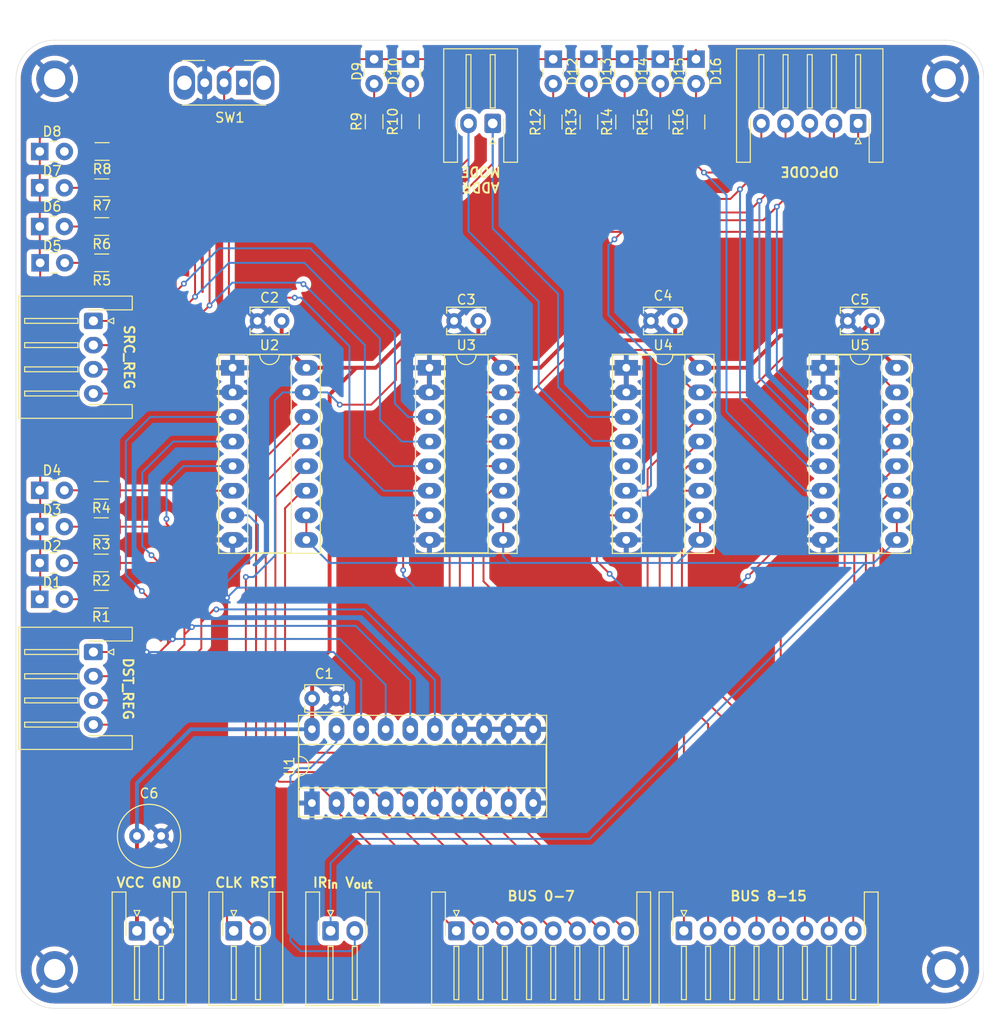
<source format=kicad_pcb>
(kicad_pcb (version 20240108) (generator "pcbnew") (generator_version "8.0")
  (layers (0 "F.Cu" signal) (31 "B.Cu" signal) (34 "B.Paste" user) (35 "F.Paste" user) (36 "B.SilkS" user "B.Silkscreen") (37 "F.SilkS" user "F.Silkscreen") (38 "B.Mask" user) (39 "F.Mask" user) (44 "Edge.Cuts" user))
  (net 0 "")
  (net 1 "GND")
  (net 2 "+5V")
  (net 3 "/RST")
  (net 4 "/CLK")
  (net 5 "/V_OUT")
  (net 6 "/IR_IN")
  (net 7 "/B6")
  (net 8 "/B1")
  (net 9 "/B7")
  (net 10 "/B0")
  (net 11 "/B2")
  (net 12 "/B3")
  (net 13 "/B5")
  (net 14 "/B4")
  (net 15 "/B14")
  (net 16 "/B8")
  (net 17 "/B12")
  (net 18 "/B13")
  (net 19 "/B15")
  (net 20 "/B10")
  (net 21 "/B11")
  (net 22 "/B9")
  (net 23 "/Y13")
  (net 24 "/Y12")
  (net 25 "/Y11")
  (net 26 "/Y14")
  (net 27 "/Y15")
  (net 28 "/Y8")
  (net 29 "/Y9")
  (net 30 "/Y4")
  (net 31 "/Y7")
  (net 32 "/Y5")
  (net 33 "/Y6")
  (net 34 "/Y2")
  (net 35 "/Y3")
  (net 36 "/Y0")
  (net 37 "/Y1")
  (net 38 "/Y10")
  (net 39 "Net-(D1-K)")
  (net 40 "Net-(D1-A)")
  (net 41 "Net-(D2-A)")
  (net 42 "Net-(D3-A)")
  (net 43 "Net-(D4-A)")
  (net 44 "Net-(D5-A)")
  (net 45 "Net-(D6-A)")
  (net 46 "Net-(D7-A)")
  (net 47 "Net-(D8-A)")
  (net 48 "Net-(D9-A)")
  (net 49 "Net-(D10-A)")
  (net 50 "Net-(D12-A)")
  (net 51 "Net-(D13-A)")
  (net 52 "Net-(D14-A)")
  (net 53 "Net-(D15-A)")
  (net 54 "Net-(D16-A)")
  (footprint "Resistor_SMD:R_1206_3216Metric" (layer "F.Cu") (at 108.8625 65.25 180)
    (property "Reference" "R7")
    (property "Value" "1k")
  )
  (footprint "Resistor_SMD:R_1206_3216Metric" (layer "F.Cu") (at 108.8625 73 180)
    (property "Reference" "R5")
    (property "Value" "1k")
  )
  (footprint "Package_DIP:DIP-16_W7.62mm_Socket_LongPads" (layer "F.Cu") (at 142.713333 83.84)
    (property "Reference" "U3")
    (property "Value" "74LS173")
  )
  (footprint "Connector_JST:JST_XH_S5B-XH-A-1_1x05_P2.50mm_Horizontal" (layer "F.Cu") (at 187 58.6 180)
    (property "Reference" "J6" (hide yes))
    (property "Value" "Conn_01x05_Pin")
  )
  (footprint "LED_THT:LED_Rectangular_W3.0mm_H2.0mm" (layer "F.Cu") (at 102.46 69.25)
    (property "Reference" "D6")
    (property "Value" "LED")
  )
  (footprint "Resistor_SMD:R_1206_3216Metric" (layer "F.Cu") (at 108.8125 100.25 180)
    (property "Reference" "R3")
    (property "Value" "1k")
  )
  (footprint "LED_THT:LED_Rectangular_W3.0mm_H2.0mm" (layer "F.Cu") (at 102.46 61.5)
    (property "Reference" "D8")
    (property "Value" "LED")
  )
  (footprint "LED_THT:LED_Rectangular_W3.0mm_H2.0mm" (layer "F.Cu") (at 102.46 96.5)
    (property "Reference" "D4")
    (property "Value" "LED")
  )
  (footprint "Connector_JST:JST_XH_S4B-XH-A-1_1x04_P2.50mm_Horizontal" (layer "F.Cu") (at 108 113.2 -90)
    (property "Reference" "J9" (hide yes))
    (property "Value" "Conn_01x04_Pin")
  )
  (footprint "Package_DIP:DIP-16_W7.62mm_Socket_LongPads" (layer "F.Cu") (at 183.38 83.84)
    (property "Reference" "U5")
    (property "Value" "74LS173")
  )
  (footprint "Connector_JST:JST_XH_S8B-XH-A-1_1x08_P2.50mm_Horizontal" (layer "F.Cu") (at 145.5 142)
    (property "Reference" "J4" (hide yes))
    (property "Value" "Conn_01x08_Pin")
  )
  (footprint "MountingHole:MountingHole_2.2mm_M2_DIN965_Pad" (layer "F.Cu") (at 104 54)
    (property "Reference" "H1" (hide yes))
    (property "Value" "MountingHole_Pad" (hide yes))
  )
  (footprint "Button_Switch_THT:SW_Slide_SPDT_Angled_CK_OS102011MA1Q" (layer "F.Cu") (at 123.5 54.4 180)
    (property "Reference" "SW1")
    (property "Value" "SW_SPDT")
  )
  (footprint "Resistor_SMD:R_1206_3216Metric" (layer "F.Cu") (at 155.5 58.45 90)
    (property "Reference" "R12")
    (property "Value" "1k")
  )
  (footprint "Connector_JST:JST_XH_S2B-XH-A-1_1x02_P2.50mm_Horizontal" (layer "F.Cu") (at 132.5 142)
    (property "Reference" "J3" (hide yes))
    (property "Value" "Conn_01x02_Pin")
  )
  (footprint "Package_DIP:DIP-20_W7.62mm_Socket_LongPads" (layer "F.Cu") (at 130.575 128.8 90)
    (property "Reference" "U1")
    (property "Value" "74LS245")
  )
  (footprint "Capacitor_THT:C_Disc_D3.8mm_W2.6mm_P2.50mm" (layer "F.Cu") (at 127.45 79 180)
    (property "Reference" "C2")
    (property "Value" "10n")
  )
  (footprint "LED_THT:LED_Rectangular_W3.0mm_H2.0mm" (layer "F.Cu") (at 159.1875 51.96 -90)
    (property "Reference" "D13")
    (property "Value" "LED")
  )
  (footprint "Resistor_SMD:R_1206_3216Metric" (layer "F.Cu") (at 166.5625 58.45 90)
    (property "Reference" "R15")
    (property "Value" "1k")
  )
  (footprint "Connector_JST:JST_XH_S2B-XH-A-1_1x02_P2.50mm_Horizontal" (layer "F.Cu") (at 112.5 142)
    (property "Reference" "J1" (hide yes))
    (property "Value" "Conn_01x02_Pin")
  )
  (footprint "MountingHole:MountingHole_2.2mm_M2_DIN965_Pad" (layer "F.Cu") (at 104 146)
    (property "Reference" "H3" (hide yes))
    (property "Value" "MountingHole_Pad" (hide yes))
  )
  (footprint "MountingHole:MountingHole_2.2mm_M2_DIN965_Pad" (layer "F.Cu") (at 196 54)
    (property "Reference" "H2" (hide yes))
    (property "Value" "MountingHole_Pad" (hide yes))
  )
  (footprint "Capacitor_THT:C_Disc_D3.8mm_W2.6mm_P2.50mm" (layer "F.Cu") (at 130.6 118)
    (property "Reference" "C1")
    (property "Value" "10n")
  )
  (footprint "Connector_JST:JST_XH_S8B-XH-A-1_1x08_P2.50mm_Horizontal" (layer "F.Cu") (at 169 142)
    (property "Reference" "J5" (hide yes))
    (property "Value" "Conn_01x08_Pin")
  )
  (footprint "Resistor_SMD:R_1206_3216Metric" (layer "F.Cu") (at 108.8125 107.75 180)
    (property "Reference" "R1")
    (property "Value" "1k")
  )
  (footprint "Resistor_SMD:R_1206_3216Metric" (layer "F.Cu") (at 108.8125 104 180)
    (property "Reference" "R2")
    (property "Value" "1k")
  )
  (footprint "Resistor_SMD:R_1206_3216Metric" (layer "F.Cu") (at 108.9 61.5 180)
    (property "Reference" "R8")
    (property "Value" "1k")
  )
  (footprint "Resistor_SMD:R_1206_3216Metric" (layer "F.Cu") (at 159.1875 58.45 90)
    (property "Reference" "R13")
    (property "Value" "1k")
  )
  (footprint "Resistor_SMD:R_1206_3216Metric" (layer "F.Cu") (at 108.8125 96.5 180)
    (property "Reference" "R4")
    (property "Value" "1k")
  )
  (footprint "LED_THT:LED_Rectangular_W3.0mm_H2.0mm" (layer "F.Cu") (at 102.46 65.25)
    (property "Reference" "D7")
    (property "Value" "LED")
  )
  (footprint "Resistor_SMD:R_1206_3216Metric" (layer "F.Cu") (at 137 58.4125 90)
    (property "Reference" "R9")
    (property "Value" "1k")
  )
  (footprint "Capacitor_THT:C_Disc_D3.8mm_W2.6mm_P2.50mm" (layer "F.Cu") (at 147.763333 79 180)
    (property "Reference" "C3")
    (property "Value" "10n")
  )
  (footprint "Resistor_SMD:R_1206_3216Metric" (layer "F.Cu") (at 170.25 58.45 90)
    (property "Reference" "R16")
    (property "Value" "1k")
  )
  (footprint "LED_THT:LED_Rectangular_W3.0mm_H2.0mm" (layer "F.Cu") (at 155.5 51.96 -90)
    (property "Reference" "D12")
    (property "Value" "LED")
  )
  (footprint "Resistor_SMD:R_1206_3216Metric" (layer "F.Cu") (at 140.75 58.4125 90)
    (property "Reference" "R10")
    (property "Value" "1k")
  )
  (footprint "LED_THT:LED_Rectangular_W3.0mm_H2.0mm" (layer "F.Cu") (at 102.5 73)
    (property "Reference" "D5")
    (property "Value" "LED")
  )
  (footprint "MountingHole:MountingHole_2.2mm_M2_DIN965_Pad" (layer "F.Cu") (at 196 146)
    (property "Reference" "H4" (hide yes))
    (property "Value" "MountingHole_Pad" (hide yes))
  )
  (footprint "LED_THT:LED_Rectangular_W3.0mm_H2.0mm" (layer "F.Cu") (at 162.875 51.96 -90)
    (property "Reference" "D14")
    (property "Value" "LED")
  )
  (footprint "Connector_JST:JST_XH_S4B-XH-A-1_1x04_P2.50mm_Horizontal" (layer "F.Cu") (at 108 79 -90)
    (property "Reference" "J8" (hide yes))
    (property "Value" "Conn_01x04_Pin")
  )
  (footprint "LED_THT:LED_Rectangular_W3.0mm_H2.0mm" (layer "F.Cu") (at 102.46 100.25)
    (property "Reference" "D3")
    (property "Value" "LED")
  )
  (footprint "LED_THT:LED_Rectangular_W3.0mm_H2.0mm" (layer "F.Cu") (at 137 51.96 -90)
    (property "Reference" "D9")
    (property "Value" "LED")
  )
  (footprint "Resistor_SMD:R_1206_3216Metric" (layer "F.Cu") (at 108.8625 69.25 180)
    (property "Reference" "R6")
    (property "Value" "1k")
  )
  (footprint "Capacitor_THT:C_Radial_D6.3mm_H11.0mm_P2.50mm" (layer "F.Cu") (at 112.5 132.2)
    (property "Reference" "C6")
    (property "Value" "1uF")
  )
  (footprint "Connector_JST:JST_XH_S2B-XH-A-1_1x02_P2.50mm_Horizontal" (layer "F.Cu") (at 149.25 58.6 180)
    (property "Reference" "J7" (hide yes))
    (property "Value" "Conn_01x02_Pin")
  )
  (footprint "LED_THT:LED_Rectangular_W3.0mm_H2.0mm" (layer "F.Cu") (at 170.25 51.96 -90)
    (property "Reference" "D16")
    (property "Value" "LED")
  )
  (footprint "LED_THT:LED_Rectangular_W3.0mm_H2.0mm" (layer "F.Cu") (at 102.46 104)
    (property "Reference" "D2")
    (property "Value" "LED")
  )
  (footprint "Capacitor_THT:C_Disc_D3.8mm_W2.6mm_P2.50mm" (layer "F.Cu") (at 168.096666 79 180)
    (property "Reference" "C4")
    (property "Value" "10n")
  )
  (footprint "Connector_JST:JST_XH_S2B-XH-A-1_1x02_P2.50mm_Horizontal" (layer "F.Cu") (at 122.5 142)
    (property "Reference" "J2" (hide yes))
    (property "Value" "Conn_01x02_Pin")
  )
  (footprint "LED_THT:LED_Rectangular_W3.0mm_H2.0mm" (layer "F.Cu") (at 140.75 51.96 -90)
    (property "Reference" "D10")
    (property "Value" "LED")
  )
  (footprint "Package_DIP:DIP-16_W7.62mm_Socket_LongPads" (layer "F.Cu") (at 163.046666 83.84)
    (property "Reference" "U4")
    (property "Value" "74LS173")
  )
  (footprint "LED_THT:LED_Rectangular_W3.0mm_H2.0mm" (layer "F.Cu") (at 102.46 107.75)
    (property "Reference" "D1")
    (property "Value" "LED")
  )
  (footprint "Resistor_SMD:R_1206_3216Metric" (layer "F.Cu") (at 162.875 58.45 90)
    (property "Reference" "R14")
    (property "Value" "1k")
  )
  (footprint "Package_DIP:DIP-16_W7.62mm_Socket_LongPads" (layer "F.Cu") (at 122.38 83.84)
    (property "Reference" "U2")
    (property "Value" "74LS173")
  )
  (footprint "Capacitor_THT:C_Disc_D3.8mm_W2.6mm_P2.50mm" (layer "F.Cu") (at 188.43 79 180)
    (property "Reference" "C5")
    (property "Value" "10n")
  )
  (footprint "LED_THT:LED_Rectangular_W3.0mm_H2.0mm" (layer "F.Cu") (at 166.5625 51.96 -90)
    (property "Reference" "D15")
    (property "Value" "LED")
  )
  (gr_line (start 104 50) (end 196 50) (stroke (width 0.05)) (layer "Edge.Cuts"))
  (gr_arc (start 100 54) (mid 101.171573 51.171573) (end 104 50) (stroke (width 0.05)) (layer "Edge.Cuts"))
  (gr_line (start 200 54) (end 200 146) (stroke (width 0.05)) (layer "Edge.Cuts"))
  (gr_arc (start 104 150) (mid 101.171573 148.828427) (end 100 146) (stroke (width 0.05)) (layer "Edge.Cuts"))
  (gr_arc (start 200 146) (mid 198.828427 148.828427) (end 196 150) (stroke (width 0.05)) (layer "Edge.Cuts"))
  (gr_line (start 196 150) (end 104 150) (stroke (width 0.05)) (layer "Edge.Cuts"))
  (gr_arc (start 196 50) (mid 198.828427 51.171573) (end 200 54) (stroke (width 0.05)) (layer "Edge.Cuts"))
  (gr_line (start 100 146) (end 100 54) (stroke (width 0.05)) (layer "Edge.Cuts"))
  (gr_text "BUS 0-7\n" (at 154.25 139 0) (layer "F.SilkS") (effects (font (size 1 1) (thickness 0.2) (bold yes)) (justify bottom)))
  (gr_text "CLK RST" (at 123.75 137.6 0) (layer "F.SilkS") (effects (font (size 1 1) (thickness 0.2) (bold yes)) (justify bottom)))
  (gr_text "BUS 8-15" (at 177.75 139 0) (layer "F.SilkS") (effects (font (size 1 1) (thickness 0.2) (bold yes)) (justify bottom)))
  (gr_text "OPCODE" (at 182 63 180) (layer "F.SilkS") (effects (font (size 1 1) (thickness 0.2) (bold yes)) (justify bottom)))
  (gr_text "SRC_REG" (at 111.1 82.75 270) (layer "F.SilkS") (effects (font (size 1 1) (thickness 0.2) (bold yes)) (justify bottom)))
  (gr_text "VCC GND" (at 113.75 137.6 0) (layer "F.SilkS") (effects (font (size 1 1) (thickness 0.2) (bold yes)) (justify bottom)))
  (gr_text "IR_{in} V_{out}" (at 133.75 137.6 0) (layer "F.SilkS") (effects (font (size 1 1) (thickness 0.2) (bold yes)) (justify bottom)))
  (gr_text "ADDR\nMODE" (at 148 63 180) (layer "F.SilkS") (effects (font (size 1 1) (thickness 0.2) (bold yes)) (justify bottom)))
  (gr_text "DST_REG\n" (at 111 117 270) (layer "F.SilkS") (effects (font (size 1 1) (thickness 0.2) (bold yes)) (justify bottom)))
  (segment (start 186.93 80.5) (end 188.43 79) (width 0.4) (layer "F.Cu") (net 2))
  (segment (start 130.6 118) (end 130.6 114.9) (width 0.4) (layer "F.Cu") (net 2))
  (segment (start 188.43 81.27) (end 191 83.84) (width 0.4) (layer "F.Cu") (net 2))
  (segment (start 168.096666 79) (end 168.096666 81.27) (width 0.4) (layer "F.Cu") (net 2))
  (segment (start 179 80.5) (end 186.93 80.5) (width 0.4) (layer "F.Cu") (net 2))
  (segment (start 175.66 83.84) (end 179 80.5) (width 0.4) (layer "F.Cu") (net 2))
  (segment (start 140.25 80.75) (end 147.243333 80.75) (width 0.4) (layer "F.Cu") (net 2))
  (segment (start 168.663333 81.836667) (end 167.826666 81) (width 0.4) (layer "F.Cu") (net 2))
  (segment (start 188.43 79) (end 188.43 81.27) (width 0.4) (layer "F.Cu") (net 2))
  (segment (start 154.16 83.84) (end 150.333333 83.84) (width 0.4) (layer "F.Cu") (net 2))
  (segment (start 147.763333 79) (end 147.763333 81.27) (width 0.4) (layer "F.Cu") (net 2))
  (segment (start 157 81) (end 154.16 83.84) (width 0.4) (layer "F.Cu") (net 2))
  (segment (start 147.763333 81.27) (end 150.333333 83.84) (width 0.4) (layer "F.Cu") (net 2))
  (segment (start 132.4 113.1) (end 132.4 86.6) (width 0.4) (layer "F.Cu") (net 2))
  (segment (start 132.4 86.6) (end 135.16 83.84) (width 0.4) (layer "F.Cu") (net 2))
  (segment (start 112.5 142) (end 112.5 132.2) (width 0.4) (layer "F.Cu") (net 2))
  (segment (start 130.6 121.155) (end 130.575 121.18) (width 0.4) (layer "F.Cu") (net 2))
  (segment (start 127.45 79) (end 127.45 81.29) (width 0.4) (layer "F.Cu") (net 2))
  (segment (start 147.243333 80.75) (end 150.333333 83.84) (width 0.4) (layer "F.Cu") (net 2))
  (segment (start 168.096666 81.27) (end 168.663333 81.836667) (width 0.4) (layer "F.Cu") (net 2))
  (segment (start 168.663333 81.836667) (end 170.666666 83.84) (width 0.4) (layer "F.Cu") (net 2))
  (segment (start 167.826666 81) (end 157 81) (width 0.4) (layer "F.Cu") (net 2))
  (segment (start 170.666666 83.84) (end 175.66 83.84) (width 0.4) (layer "F.Cu") (net 2))
  (segment (start 137.16 83.84) (end 140.25 80.75) (width 0.4) (layer "F.Cu") (net 2))
  (segment (start 136 83.84) (end 137.16 83.84) (width 0.4) (layer "F.Cu") (net 2))
  (segment (start 130.6 114.9) (end 132.4 113.1) (width 0.4) (layer "F.Cu") (net 2))
  (segment (start 127.45 81.29) (end 130 83.84) (width 0.4) (layer "F.Cu") (net 2))
  (segment (start 131.34 83.84) (end 130 83.84) (width 0.4) (layer "F.Cu") (net 2))
  (segment (start 135.16 83.84) (end 136 83.84) (width 0.4) (layer "F.Cu") (net 2))
  (segment (start 130 83.84) (end 136 83.84) (width 0.4) (layer "F.Cu") (net 2))
  (segment (start 130.6 118) (end 130.6 121.155) (width 0.4) (layer "F.Cu") (net 2))
  (segment (start 112.5 132.2) (end 112.5 126.75) (width 0.4) (layer "B.Cu") (net 2))
  (segment (start 118.07 121.18) (end 130.575 121.18) (width 0.4) (layer "B.Cu") (net 2))
  (segment (start 112.5 126.75) (end 118.07 121.18) (width 0.4) (layer "B.Cu") (net 2))
  (segment (start 179.75 82.25) (end 186.87 82.25) (width 0.2) (layer "F.Cu") (net 3))
  (segment (start 150.333333 86.38) (end 148.63 86.38) (width 0.2) (layer "F.Cu") (net 3))
  (segment (start 139.25 85.1) (end 136.7 87.65) (width 0.2) (layer "F.Cu") (net 3))
  (segment (start 175.62 86.38) (end 179.75 82.25) (width 0.2) (layer "F.Cu") (net 3))
  (segment (start 147.15 83.2) (end 145.75 81.8) (width 0.2) (layer "F.Cu") (net 3))
  (segment (start 170.666666 86.38) (end 175.62 86.38) (width 0.2) (layer "F.Cu") (net 3))
  (segment (start 136.7 87.65) (end 133.45 87.65) (width 0.2) (layer "F.Cu") (net 3))
  (segment (start 147.15 84.9) (end 147.15 83.2) (width 0.2) (layer "F.Cu") (net 3))
  (segment (start 153.22 86.38) (end 150.333333 86.38) (width 0.2) (layer "F.Cu") (net 3))
  (segment (start 170.666666 86.38) (end 170.18 86.38) (width 0.2) (layer "F.Cu") (net 3))
  (segment (start 157.6 82) (end 153.22 86.38) (width 0.2) (layer "F.Cu") (net 3))
  (segment (start 140.95 81.8) (end 139.25 83.5) (width 0.2) (layer "F.Cu") (net 3))
  (segment (start 165.8 82) (end 157.6 82) (width 0.2) (layer "F.Cu") (net 3))
  (segment (start 123.75 140.75) (end 125 142) (width 0.2) (layer "F.Cu") (net 3))
  (segment (start 186.87 82.25) (end 191 86.38) (width 0.2) (layer "F.Cu") (net 3))
  (segment (start 123.75 105.45) (end 123.75 140.75) (width 0.2) (layer "F.Cu") (net 3))
  (segment (start 148.63 86.38) (end 147.15 84.9) (width 0.2) (layer "F.Cu") (net 3))
  (segment (start 170.18 86.38) (end 165.8 82) (width 0.2) (layer "F.Cu") (net 3))
  (segment (start 139.25 83.5) (end 139.25 85.1) (width 0.2) (layer "F.Cu") (net 3))
  (segment (start 145.75 81.8) (end 140.95 81.8) (width 0.2) (layer "F.Cu") (net 3))
  (via (at 133.45 87.65) (size 0.6) (drill 0.3) (layers "F.Cu" "B.Cu") (net 3))
  (via (at 123.75 105.45) (size 0.6) (drill 0.3) (layers "F.Cu" "B.Cu") (net 3))
  (segment (start 170.666666 86.466666) (end 170.8 86.6) (width 0.2) (layer "B.Cu") (net 3))
  (segment (start 130 86.38) (end 132.18 86.38) (width 0.2) (layer "B.Cu") (net 3))
  (segment (start 170.666666 86.38) (end 170.666666 86.466666) (width 0.2) (layer "B.Cu") (net 3))
  (segment (start 123.75 105.45) (end 124.55 105.45) (width 0.2) (layer "B.Cu") (net 3))
  (segment (start 126.75 87.2) (end 127.57 86.38) (width 0.2) (layer "B.Cu") (net 3))
  (segment (start 124.55 105.45) (end 126.75 103.25) (width 0.2) (layer "B.Cu") (net 3))
  (segment (start 132.18 86.38) (end 133.45 87.65) (width 0.2) (layer "B.Cu") (net 3))
  (segment (start 126.75 103.25) (end 126.75 87.2) (width 0.2) (layer "B.Cu") (net 3))
  (segment (start 127.57 86.38) (end 130 86.38) (width 0.2) (layer "B.Cu") (net 3))
  (segment (start 121.8 107.6) (end 121.8 141.3) (width 0.2) (layer "F.Cu") (net 4))
  (segment (start 121.8 141.3) (end 122.5 142) (width 0.2) (layer "F.Cu") (net 4))
  (segment (start 140.92 99.08) (end 142.713333 99.08) (width 0.2) (layer "F.Cu") (net 4))
  (segment (start 160.92 99.08) (end 163.046666 99.08) (width 0.2) (layer "F.Cu") (net 4))
  (segment (start 140 100) (end 140.92 99.08) (width 0.2) (layer "F.Cu") (net 4))
  (segment (start 140 104.75) (end 140 100) (width 0.2) (layer "F.Cu") (net 4))
  (segment (start 181.92 99.08) (end 183.38 99.08) (width 0.2) (layer "F.Cu") (net 4))
  (segment (start 160 100) (end 160.92 99.08) (width 0.2) (layer "F.Cu") (net 4))
  (segment (start 160 103.8) (end 160 100) (width 0.2) (layer "F.Cu") (net 4))
  (segment (start 175.625 105.375) (end 181.92 99.08) (width 0.2) (layer "F.Cu") (net 4))
  (segment (start 161.325 105.125) (end 160 103.8) (width 0.2) (layer "F.Cu") (net 4))
  (via (at 161.325 105.125) (size 0.6) (drill 0.3) (layers "F.Cu" "B.Cu") (net 4))
  (via (at 175.625 105.375) (size 0.6) (drill 0.3) (layers "F.Cu" "B.Cu") (net 4))
  (via (at 121.8 107.6) (size 0.6) (drill 0.3) (layers "F.Cu" "B.Cu") (net 4))
  (via (at 140 104.75) (size 0.6) (drill 0.3) (layers "F.Cu" "B.Cu") (net 4))
  (segment (start 121.8 107.6) (end 122.85 106.55) (width 0.2) (layer "B.Cu") (net 4))
  (segment (start 174.45 106.55) (end 175.625 105.375) (width 0.2) (layer "B.Cu") (net 4))
  (segment (start 140 105.3) (end 141.25 106.55) (width 0.2) (layer "B.Cu") (net 4))
  (segment (start 125 100.05) (end 124.03 99.08) (width 0.2) (layer "B.Cu") (net 4))
  (segment (start 162.75 106.55) (end 174.45 106.55) (width 0.2) (layer "B.Cu") (net 4))
  (segment (start 161.325 105.125) (end 162.2 106) (width 0.2) (layer "B.Cu") (net 4))
  (segment (start 125 102.751471) (end 125 100.05) (width 0.2) (layer "B.Cu") (net 4))
  (segment (start 141.3 106.55) (end 162.75 106.55) (width 0.2) (layer "B.Cu") (net 4))
  (segment (start 121.8 105.951471) (end 125 102.751471) (width 0.2) (layer "B.Cu") (net 4))
  (segment (start 124.03 99.08) (end 122.38 99.08) (width 0.2) (layer "B.Cu") (net 4))
  (segment (start 121.8 107.6) (end 121.8 105.951471) (width 0.2) (layer "B.Cu") (net 4))
  (segment (start 162.2 106) (end 162.75 106.55) (width 0.2) (layer "B.Cu") (net 4))
  (segment (start 122.85 106.55) (end 141.3 106.55) (width 0.2) (layer "B.Cu") (net 4))
  (segment (start 140 104.75) (end 140 105.3) (width 0.2) (layer "B.Cu") (net 4))
  (segment (start 135 143.6) (end 135 142) (width 0.2) (layer "B.Cu") (net 5))
  (segment (start 128.35 143.05) (end 129.4 144.1) (width 0.2) (layer "B.Cu") (net 5))
  (segment (start 129.2 125.2) (end 128.35 126.05) (width 0.2) (layer "B.Cu") (net 5))
  (segment (start 129.4 144.1) (end 134.5 144.1) (width 0.2) (layer "B.Cu") (net 5))
  (segment (start 133.115 122.485) (end 130.4 125.2) (width 0.2) (layer "B.Cu") (net 5))
  (segment (start 130.4 125.2) (end 129.2 125.2) (width 0.2) (layer "B.Cu") (net 5))
  (segment (start 128.35 126.05) (end 128.35 143.05) (width 0.2) (layer "B.Cu") (net 5))
  (segment (start 134.5 144.1) (end 135 143.6) (width 0.2) (layer "B.Cu") (net 5))
  (segment (start 133.115 121.18) (end 133.115 122.485) (width 0.2) (layer "B.Cu") (net 5))
  (segment (start 130 99.08) (end 130 101.62) (width 0.2) (layer "F.Cu") (net 6))
  (segment (start 170.666666 99.08) (end 170.666666 101.62) (width 0.2) (layer "F.Cu") (net 6))
  (segment (start 150.333333 99.08) (end 150.333333 101.62) (width 0.2) (layer "F.Cu") (net 6))
  (segment (start 191 99.08) (end 191 101.62) (width 0.2) (layer "F.Cu") (net 6))
  (segment (start 130 101.62) (end 132.38 104) (width 0.2) (layer "B.Cu") (net 6))
  (segment (start 132.5 135) (end 132.5 142) (width 0.2) (layer "B.Cu") (net 6))
  (segment (start 150.333333 101.62) (end 150.333333 103.333333) (width 0.2) (layer "B.Cu") (net 6))
  (segment (start 150.333333 103.366667) (end 150.333333 101.62) (width 0.2) (layer "B.Cu") (net 6))
  (segment (start 168.286666 104) (end 188.62 104) (width 0.2) (layer "B.Cu") (net 6))
  (segment (start 135 132.5) (end 132.5 135) (width 0.2) (layer "B.Cu") (net 6))
  (segment (start 188.62 104) (end 187.75 104) (width 0.2) (layer "B.Cu") (net 6))
  (segment (start 150.333333 103.333333) (end 151 104) (width 0.2) (layer "B.Cu") (net 6))
  (segment (start 188.62 104) (end 188.935 103.685) (width 0.2) (layer "B.Cu") (net 6))
  (segment (start 168.286666 104) (end 170.666666 101.62) (width 0.2) (layer "B.Cu") (net 6))
  (segment (start 159.25 132.5) (end 135 132.5) (width 0.2) (layer "B.Cu") (net 6))
  (segment (start 188.935 103.685) (end 191 101.62) (width 0.2) (layer "B.Cu") (net 6))
  (segment (start 132.38 104) (end 151 104) (width 0.2) (layer "B.Cu") (net 6))
  (segment (start 151 104) (end 168.286666 104) (width 0.2) (layer "B.Cu") (net 6))
  (segment (start 187.75 104) (end 159.25 132.5) (width 0.2) (layer "B.Cu") (net 6))
  (segment (start 158.85 123.25) (end 158.85 118.25) (width 0.2) (layer "F.Cu") (net 7))
  (segment (start 148.355 126.445) (end 149.45 125.35) (width 0.2) (layer "F.Cu") (net 7))
  (segment (start 148.355 128.8) (end 148.355 126.445) (width 0.2) (layer "F.Cu") (net 7))
  (segment (start 147.2 95.35) (end 148.55 94) (width 0.2) (layer "F.Cu") (net 7))
  (segment (start 148.355 129.855) (end 160.5 142) (width 0.2) (layer "F.Cu") (net 7))
  (segment (start 149.45 125.35) (end 156.75 125.35) (width 0.2) (layer "F.Cu") (net 7))
  (segment (start 148.355 128.8) (end 148.355 129.855) (width 0.2) (layer "F.Cu") (net 7))
  (segment (start 156.75 125.35) (end 158.85 123.25) (width 0.2) (layer "F.Cu") (net 7))
  (segment (start 147.2 106.6) (end 147.2 95.35) (width 0.2) (layer "F.Cu") (net 7))
  (segment (start 148.55 94) (end 150.333333 94) (width 0.2) (layer "F.Cu") (net 7))
  (segment (start 158.85 118.25) (end 147.2 106.6) (width 0.2) (layer "F.Cu") (net 7))
  (segment (start 125.8 123.8) (end 125.8 95.66) (width 0.2) (layer "F.Cu") (net 8))
  (segment (start 125.8 95.66) (end 130 91.46) (width 0.2) (layer "F.Cu") (net 8))
  (segment (start 135.655 128.8) (end 132.455 125.6) (width 0.2) (layer "F.Cu") (net 8))
  (segment (start 135.655 129.655) (end 148 142) (width 0.2) (layer "F.Cu") (net 8))
  (segment (start 135.655 128.8) (end 135.655 129.655) (width 0.2) (layer "F.Cu") (net 8))
  (segment (start 132.455 125.6) (end 127.6 125.6) (width 0.2) (layer "F.Cu") (net 8))
  (segment (start 127.6 125.6) (end 125.8 123.8) (width 0.2) (layer "F.Cu") (net 8))
  (segment (start 148.3 97.35) (end 148.3 105.9) (width 0.2) (layer "F.Cu") (net 9))
  (segment (start 150.333333 96.54) (end 149.11 96.54) (width 0.2) (layer "F.Cu") (net 9))
  (segment (start 160.2 117.8) (end 160.2 123.4) (width 0.2) (layer "F.Cu") (net 9))
  (segment (start 151.8 126.2) (end 150.895 127.105) (width 0.2) (layer "F.Cu") (net 9))
  (segment (start 160.2 123.4) (end 157.4 126.2) (width 0.2) (layer "F.Cu") (net 9))
  (segment (start 150.895 129.895) (end 163 142) (width 0.2) (layer "F.Cu") (net 9))
  (segment (start 150.895 127.105) (end 150.895 128.8) (width 0.2) (layer "F.Cu") (net 9))
  (segment (start 150.895 128.8) (end 150.895 129.895) (width 0.2) (layer "F.Cu") (net 9))
  (segment (start 149.11 96.54) (end 148.3 97.35) (width 0.2) (layer "F.Cu") (net 9))
  (segment (start 148.3 105.9) (end 160.2 117.8) (width 0.2) (layer "F.Cu") (net 9))
  (segment (start 157.4 126.2) (end 151.8 126.2) (width 0.2) (layer "F.Cu") (net 9))
  (segment (start 127.2 126.6) (end 124.8 124.2) (width 0.2) (layer "F.Cu") (net 10))
  (segment (start 130.915 126.6) (end 127.2 126.6) (width 0.2) (layer "F.Cu") (net 10))
  (segment (start 133.115 129.615) (end 145.5 142) (width 0.2) (layer "F.Cu") (net 10))
  (segment (start 133.115 128.8) (end 130.915 126.6) (width 0.2) (layer "F.Cu") (net 10))
  (segment (start 124.8 124.2) (end 124.8 94.12) (width 0.2) (layer "F.Cu") (net 10))
  (segment (start 124.8 94.12) (end 130 88.92) (width 0.2) (layer "F.Cu") (net 10))
  (segment (start 133.115 128.8) (end 133.115 129.615) (width 0.2) (layer "F.Cu") (net 10))
  (segment (start 126.8 123) (end 126.8 97.2) (width 0.2) (layer "F.Cu") (net 11))
  (segment (start 138.195 128.8) (end 138.195 129.695) (width 0.2) (layer "F.Cu") (net 11))
  (segment (start 138.195 128.8) (end 133.995 124.6) (width 0.2) (layer "F.Cu") (net 11))
  (segment (start 126.8 97.2) (end 130 94) (width 0.2) (layer "F.Cu") (net 11))
  (segment (start 133.995 124.6) (end 128.4 124.6) (width 0.2) (layer "F.Cu") (net 11))
  (segment (start 138.195 129.695) (end 150.5 142) (width 0.2) (layer "F.Cu") (net 11))
  (segment (start 128.4 124.6) (end 126.8 123) (width 0.2) (layer "F.Cu") (net 11))
  (segment (start 127.8 122.4) (end 129 123.6) (width 0.2) (layer "F.Cu") (net 12))
  (segment (start 135.535 123.6) (end 140.735 128.8) (width 0.2) (layer "F.Cu") (net 12))
  (segment (start 140.735 129.735) (end 153 142) (width 0.2) (layer "F.Cu") (net 12))
  (segment (start 127.8 98.34) (end 127.8 122.4) (width 0.2) (layer "F.Cu") (net 12))
  (segment (start 140.735 128.8) (end 140.735 129.735) (width 0.2) (layer "F.Cu") (net 12))
  (segment (start 129.6 96.54) (end 127.8 98.34) (width 0.2) (layer "F.Cu") (net 12))
  (segment (start 130 96.54) (end 129.6 96.54) (width 0.2) (layer "F.Cu") (net 12))
  (segment (start 129 123.6) (end 135.535 123.6) (width 0.2) (layer "F.Cu") (net 12))
  (segment (start 157.65 123.05) (end 156.2 124.5) (width 0.2) (layer "F.Cu") (net 13))
  (segment (start 157.65 119.05) (end 157.65 123.05) (width 0.2) (layer "F.Cu") (net 13))
  (segment (start 156.2 124.5) (end 147.3 124.5) (width 0.2) (layer "F.Cu") (net 13))
  (segment (start 145.815 129.815) (end 145.815 128.8) (width 0.2) (layer "F.Cu") (net 13))
  (segment (start 150.333333 91.46) (end 148.59 91.46) (width 0.2) (layer "F.Cu") (net 13))
  (segment (start 148.59 91.46) (end 145.85 94.2) (width 0.2) (layer "F.Cu") (net 13))
  (segment (start 147.3 124.5) (end 145.815 125.985) (width 0.2) (layer "F.Cu") (net 13))
  (segment (start 145.815 125.985) (end 145.815 128.8) (width 0.2) (layer "F.Cu") (net 13))
  (segment (start 145.85 94.2) (end 145.85 107.25) (width 0.2) (layer "F.Cu") (net 13))
  (segment (start 145.85 107.25) (end 157.65 119.05) (width 0.2) (layer "F.Cu") (net 13))
  (segment (start 158 142) (end 145.815 129.815) (width 0.2) (layer "F.Cu") (net 13))
  (segment (start 143.275 128.8) (end 143.275 126.125) (width 0.2) (layer "F.Cu") (net 14))
  (segment (start 143.275 126.125) (end 145.9 123.5) (width 0.2) (layer "F.Cu") (net 14))
  (segment (start 143.275 129.775) (end 143.275 128.8) (width 0.2) (layer "F.Cu") (net 14))
  (segment (start 144.8 92.4) (end 148.28 88.92) (width 0.2) (layer "F.Cu") (net 14))
  (segment (start 155.7 123.5) (end 156.4 122.8) (width 0.2) (layer "F.Cu") (net 14))
  (segment (start 145.9 123.5) (end 155.7 123.5) (width 0.2) (layer "F.Cu") (net 14))
  (segment (start 148.28 88.92) (end 150.333333 88.92) (width 0.2) (layer "F.Cu") (net 14))
  (segment (start 144.8 108) (end 144.8 92.4) (width 0.2) (layer "F.Cu") (net 14))
  (segment (start 156.4 122.8) (end 156.4 119.6) (width 0.2) (layer "F.Cu") (net 14))
  (segment (start 155.5 142) (end 143.275 129.775) (width 0.2) (layer "F.Cu") (net 14))
  (segment (start 156.4 119.6) (end 144.8 108) (width 0.2) (layer "F.Cu") (net 14))
  (segment (start 184 113.2) (end 187.8 109.4) (width 0.2) (layer "F.Cu") (net 15))
  (segment (start 187.8 97.2) (end 191 94) (width 0.2) (layer "F.Cu") (net 15))
  (segment (start 184 142) (end 184 113.2) (width 0.2) (layer "F.Cu") (net 15))
  (segment (start 187.8 109.4) (end 187.8 97.2) (width 0.2) (layer "F.Cu") (net 15))
  (segment (start 165.25 116.75) (end 169 120.5) (width 0.2) (layer "F.Cu") (net 16))
  (segment (start 169 120.5) (end 169 142) (width 0.2) (layer "F.Cu") (net 16))
  (segment (start 170.666666 88.92) (end 165.25 94.336666) (width 0.2) (layer "F.Cu") (net 16))
  (segment (start 165.25 94.336666) (end 165.25 116.75) (width 0.2) (layer "F.Cu") (net 16))
  (segment (start 185.6 104.6) (end 185.6 94.32) (width 0.2) (layer "F.Cu") (net 17))
  (segment (start 185.6 94.32) (end 191 88.92) (width 0.2) (layer "F.Cu") (net 17))
  (segment (start 179 111.2) (end 185.6 104.6) (width 0.2) (layer "F.Cu") (net 17))
  (segment (start 179 142) (end 179 111.2) (width 0.2) (layer "F.Cu") (net 17))
  (segment (start 186.6 106.4) (end 181.5 111.5) (width 0.2) (layer "F.Cu") (net 18))
  (segment (start 186.6 95.86) (end 186.6 106.4) (width 0.2) (layer "F.Cu") (net 18))
  (segment (start 181.5 111.5) (end 181.5 142) (width 0.2) (layer "F.Cu") (net 18))
  (segment (start 191 91.46) (end 186.6 95.86) (width 0.2) (layer "F.Cu") (net 18))
  (segment (start 190.46 96.54) (end 188.6 98.4) (width 0.2) (layer "F.Cu") (net 19))
  (segment (start 191 96.54) (end 190.46 96.54) (width 0.2) (layer "F.Cu") (net 19))
  (segment (start 188.6 126.2) (end 186.5 128.3) (width 0.2) (layer "F.Cu") (net 19))
  (segment (start 188.6 98.4) (end 188.6 126.2) (width 0.2) (layer "F.Cu") (net 19))
  (segment (start 186.5 128.3) (end 186.5 142) (width 0.2) (layer "F.Cu") (net 19))
  (segment (start 169.4 94) (end 167.75 95.65) (width 0.2) (layer "F.Cu") (net 20))
  (segment (start 170.666666 94) (end 169.4 94) (width 0.2) (layer "F.Cu") (net 20))
  (segment (start 167.75 95.65) (end 167.75 114.75) (width 0.2) (layer "F.Cu") (net 20))
  (segment (start 174 121) (end 174 142) (width 0.2) (layer "F.Cu") (net 20))
  (segment (start 167.75 114.75) (end 174 121) (width 0.2) (layer "F.Cu") (net 20))
  (segment (start 176.5 121.3) (end 176.5 142) (width 0.2) (layer "F.Cu") (net 21))
  (segment (start 168.8 113.6) (end 176.5 121.3) (width 0.2) (layer "F.Cu") (net 21))
  (segment (start 170.666666 96.54) (end 169.06 96.54) (width 0.2) (layer "F.Cu") (net 21))
  (segment (start 169.06 96.54) (end 168.8 96.8) (width 0.2) (layer "F.Cu") (net 21))
  (segment (start 168.8 96.8) (end 168.8 113.6) (width 0.2) (layer "F.Cu") (net 21))
  (segment (start 166.5 115.65) (end 171.5 120.65) (width 0.2) (layer "F.Cu") (net 22))
  (segment (start 171.5 120.65) (end 171.5 142) (width 0.2) (layer "F.Cu") (net 22))
  (segment (start 170.666666 91.46) (end 166.5 95.626666) (width 0.2) (layer "F.Cu") (net 22))
  (segment (start 166.5 95.626666) (end 166.5 115.65) (width 0.2) (layer "F.Cu") (net 22))
  (segment (start 175.6 67.8) (end 176.8 66.6) (width 0.2) (layer "F.Cu") (net 23))
  (segment (start 182 61.4) (end 182 57.85) (width 0.2) (layer "F.Cu") (net 23))
  (segment (start 165.05 67.8) (end 175.6 67.8) (width 0.2) (layer "F.Cu") (net 23))
  (segment (start 176.8 66.6) (end 182 61.4) (width 0.2) (layer "F.Cu") (net 23))
  (segment (start 162.875 59.9125) (end 162.875 65.625) (width 0.2) (layer "F.Cu") (net 23))
  (segment (start 162.875 65.625) (end 165.05 67.8) (width 0.2) (layer "F.Cu") (net 23))
  (via (at 176.8 66.6) (size 0.6) (drill 0.3) (layers "F.Cu" "B.Cu") (net 23))
  (segment (start 176.8 84.88) (end 183.38 91.46) (width 0.2) (layer "B.Cu") (net 23))
  (segment (start 176.8 66.6) (end 176.8 84.88) (width 0.2) (layer "B.Cu") (net 23))
  (segment (start 178.6 67.2) (end 184.5 61.3) (width 0.2) (layer "F.Cu") (net 24))
  (segment (start 162.1 68.6) (end 159.1875 65.6875) (width 0.2) (layer "F.Cu") (net 24))
  (segment (start 178.6 67.2) (end 177.2 68.6) (width 0.2) (layer "F.Cu") (net 24))
  (segment (start 159.1875 65.6875) (end 159.1875 59.9125) (width 0.2) (layer "F.Cu") (net 24))
  (segment (start 184.5 61.3) (end 184.5 57.85) (width 0.2) (layer "F.Cu") (net 24))
  (segment (start 177.2 68.6) (end 162.1 68.6) (width 0.2) (layer "F.Cu") (net 24))
  (via (at 178.6 67.2) (size 0.6) (drill 0.3) (layers "F.Cu" "B.Cu") (net 24))
  (segment (start 178.6 84.14) (end 183.38 88.92) (width 0.2) (layer "B.Cu") (net 24))
  (segment (start 178.6 67.2) (end 178.6 84.14) (width 0.2) (layer "B.Cu") (net 24))
  (segment (start 187 62.2) (end 179.4 69.8) (width 0.2) (layer "F.Cu") (net 25))
  (segment (start 161.825 70.575) (end 162.6 69.8) (width 0.2) (layer "F.Cu") (net 25))
  (segment (start 187 57.85) (end 187 62.2) (width 0.2) (layer "F.Cu") (net 25))
  (segment (start 162.6 69.8) (end 162.85 69.8) (width 0.2) (layer "F.Cu") (net 25))
  (segment (start 159.8 69.8) (end 155.5 65.5) (width 0.2) (layer "F.Cu") (net 25))
  (segment (start 155.5 65.5) (end 155.5 59.9125) (width 0.2) (layer "F.Cu") (net 25))
  (segment (start 179.4 69.8) (end 162.85 69.8) (width 0.2) (layer "F.Cu") (net 25))
  (segment (start 162.85 69.8) (end 159.8 69.8) (width 0.2) (layer "F.Cu") (net 25))
  (via (at 161.825 70.575) (size 0.6) (drill 0.3) (layers "F.Cu" "B.Cu") (net 25))
  (segment (start 161.2 71.2) (end 161.2 78.4) (width 0.2) (layer "B.Cu") (net 25))
  (segment (start 165.06 96.54) (end 163.046666 96.54) (width 0.2) (layer "B.Cu") (net 25))
  (segment (start 161.2 78.4) (end 165.6 82.8) (width 0.2) (layer "B.Cu") (net 25))
  (segment (start 161.825 70.575) (end 161.2 71.2) (width 0.2) (layer "B.Cu") (net 25))
  (segment (start 165.6 96) (end 165.06 96.54) (width 0.2) (layer "B.Cu") (net 25))
  (segment (start 165.6 82.8) (end 165.6 96) (width 0.2) (layer "B.Cu") (net 25))
  (segment (start 173.8 66.4) (end 167.4 66.4) (width 0.2) (layer "F.Cu") (net 26))
  (segment (start 179.5 60.7) (end 179.5 57.85) (width 0.2) (layer "F.Cu") (net 26))
  (segment (start 174.8 65.4) (end 179.5 60.7) (width 0.2) (layer "F.Cu") (net 26))
  (segment (start 167.4 66.4) (end 166.5625 65.5625) (width 0.2) (layer "F.Cu") (net 26))
  (segment (start 166.5625 65.5625) (end 166.5625 59.9125) (width 0.2) (layer "F.Cu") (net 26))
  (segment (start 174.8 65.4) (end 173.8 66.4) (width 0.2) (layer "F.Cu") (net 26))
  (via (at 174.8 65.4) (size 0.6) (drill 0.3) (layers "F.Cu" "B.Cu") (net 26))
  (segment (start 181.8 94) (end 174.8 87) (width 0.2) (layer "B.Cu") (net 26))
  (segment (start 183.38 94) (end 181.8 94) (width 0.2) (layer "B.Cu") (net 26))
  (segment (start 174.8 87) (end 174.8 65.4) (width 0.2) (layer "B.Cu") (net 26))
  (segment (start 177 57.85) (end 177 60.75) (width 0.2) (layer "F.Cu") (net 27))
  (segment (start 177 60.75) (end 174.075 63.675) (width 0.2) (layer "F.Cu") (net 27))
  (segment (start 170.25 62.85) (end 170.25 59.9125) (width 0.2) (layer "F.Cu") (net 27))
  (segment (start 174.075 63.675) (end 171.075 63.675) (width 0.2) (layer "F.Cu") (net 27))
  (segment (start 171.075 63.675) (end 170.25 62.85) (width 0.2) (layer "F.Cu") (net 27))
  (via (at 171.075 63.675) (size 0.6) (drill 0.3) (layers "F.Cu" "B.Cu") (net 27))
  (segment (start 183.38 96.54) (end 181.54 96.54) (width 0.2) (layer "B.Cu") (net 27))
  (segment (start 173.4 88.4) (end 173.4 66) (width 0.2) (layer "B.Cu") (net 27))
  (segment (start 173.4 66) (end 171.075 63.675) (width 0.2) (layer "B.Cu") (net 27))
  (segment (start 181.54 96.54) (end 173.4 88.4) (width 0.2) (layer "B.Cu") (net 27))
  (segment (start 146 66) (end 149.25 62.75) (width 0.2) (layer "F.Cu") (net 28))
  (segment (start 137 64.5) (end 137 59.875) (width 0.2) (layer "F.Cu") (net 28))
  (segment (start 138.5 66) (end 146 66) (width 0.2) (layer "F.Cu") (net 28))
  (segment (start 149.25 62.75) (end 149.25 58.6) (width 0.2) (layer "F.Cu") (net 28))
  (segment (start 137 64.5) (end 138.5 66) (width 0.2) (layer "F.Cu") (net 28))
  (segment (start 149.25 69.45) (end 156 76.2) (width 0.2) (layer "B.Cu") (net 28))
  (segment (start 156 76.2) (end 156 85.8) (width 0.2) (layer "B.Cu") (net 28))
  (segment (start 159.12 88.92) (end 163.046666 88.92) (width 0.2) (layer "B.Cu") (net 28))
  (segment (start 156 85.8) (end 159.12 88.92) (width 0.2) (layer "B.Cu") (net 28))
  (segment (start 149.25 58.6) (end 149.25 69.45) (width 0.2) (layer "B.Cu") (net 28))
  (segment (start 163.046666 88.646666) (end 163.046666 88.92) (width 0.2) (layer "B.Cu") (net 28))
  (segment (start 146.75 62.25) (end 146.05 62.95) (width 0.2) (layer "F.Cu") (net 29))
  (segment (start 142.15 62.95) (end 140.75 61.55) (width 0.2) (layer "F.Cu") (net 29))
  (segment (start 146.05 62.95) (end 142.15 62.95) (width 0.2) (layer "F.Cu") (net 29))
  (segment (start 140.75 61.55) (end 140.75 59.875) (width 0.2) (layer "F.Cu") (net 29))
  (segment (start 146.75 58.6) (end 146.75 62.25) (width 0.2) (layer "F.Cu") (net 29))
  (segment (start 146.75 69.75) (end 154 77) (width 0.2) (layer "B.Cu") (net 29))
  (segment (start 146.75 58.6) (end 146.75 69.75) (width 0.2) (layer "B.Cu") (net 29))
  (segment (start 154 77) (end 154 85.8) (width 0.2) (layer "B.Cu") (net 29))
  (segment (start 159.6 91.4) (end 162.986666 91.4) (width 0.2) (layer "B.Cu") (net 29))
  (segment (start 154 85.8) (end 159.6 91.4) (width 0.2) (layer "B.Cu") (net 29))
  (segment (start 162.986666 91.4) (end 163.046666 91.46) (width 0.2) (layer "B.Cu") (net 29))
  (segment (start 108 79) (end 113.5 79) (width 0.2) (layer "F.Cu") (net 30))
  (segment (start 113.5 79) (end 116.5 76) (width 0.2) (layer "F.Cu") (net 30))
  (segment (start 116.5 76) (end 117.35 75.15) (width 0.2) (layer "F.Cu") (net 30))
  (segment (start 116.5 74.69) (end 116.5 76) (width 0.2) (layer "F.Cu") (net 30))
  (segment (start 114.81 73) (end 110.325 73) (width 0.2) (layer "F.Cu") (net 30))
  (segment (start 114.81 73) (end 116.5 74.69) (width 0.2) (layer "F.Cu") (net 30))
  (via (at 117.35 75.15) (size 0.6) (drill 0.3) (layers "F.Cu" "B.Cu") (net 30))
  (segment (start 121 71.5) (end 130.4 71.5) (width 0.2) (layer "B.Cu") (net 30))
  (segment (start 139.15 87.55) (end 140.52 88.92) (width 0.2) (layer "B.Cu") (net 30))
  (segment (start 117.35 75.15) (end 121 71.5) (width 0.2) (layer "B.Cu") (net 30))
  (segment (start 130.4 71.5) (end 139.15 80.25) (width 0.2) (layer "B.Cu") (net 30))
  (segment (start 140.52 88.92) (end 142.713333 88.92) (width 0.2) (layer "B.Cu") (net 30))
  (segment (start 139.15 80.25) (end 139.15 87.55) (width 0.2) (layer "B.Cu") (net 30))
  (segment (start 117.25 61.5) (end 122 66.25) (width 0.2) (layer "F.Cu") (net 31))
  (segment (start 113.85 86.5) (end 108 86.5) (width 0.2) (layer "F.Cu") (net 31))
  (segment (start 121.95 78.55) (end 123.9 76.6) (width 0.2) (layer "F.Cu") (net 31))
  (segment (start 122 66.25) (end 122 78.5) (width 0.2) (layer "F.Cu") (net 31))
  (segment (start 114 86.5) (end 121.95 78.55) (width 0.2) (layer "F.Cu") (net 31))
  (segment (start 123.9 76.6) (end 128.8 76.6) (width 0.2) (layer "F.Cu") (net 31))
  (segment (start 112.95 61.5) (end 110.3625 61.5) (width 0.2) (layer "F.Cu") (net 31))
  (segment (start 112.95 61.5) (end 117.25 61.5) (width 0.2) (layer "F.Cu") (net 31))
  (segment (start 122 78.5) (end 121.95 78.55) (width 0.2) (layer "F.Cu") (net 31))
  (segment (start 114 86.5) (end 113.85 86.5) (width 0.2) (layer "F.Cu") (net 31))
  (via (at 128.8 76.6) (size 0.6) (drill 0.3) (layers "F.Cu" "B.Cu") (net 31))
  (segment (start 134.45 93) (end 137.99 96.54) (width 0.2) (layer "B.Cu") (net 31))
  (segment (start 134.45 81.6) (end 134.45 93) (width 0.2) (layer "B.Cu") (net 31))
  (segment (start 128.8 76.6) (end 129.45 76.6) (width 0.2) (layer "B.Cu") (net 31))
  (segment (start 129.45 76.6) (end 134.45 81.6) (width 0.2) (layer "B.Cu") (net 31))
  (segment (start 137.99 96.54) (end 142.713333 96.54) (width 0.2) (layer "B.Cu") (net 31))
  (segment (start 118.5 76.5) (end 113.5 81.5) (width 0.2) (layer "F.Cu") (net 32))
  (segment (start 118.5 72.94) (end 118.5 76.5) (width 0.2) (layer "F.Cu") (net 32))
  (segment (start 113.5 81.5) (end 108 81.5) (width 0.2) (layer "F.Cu") (net 32))
  (segment (start 114.81 69.25) (end 118.5 72.94) (width 0.2) (layer "F.Cu") (net 32))
  (segment (start 110.325 69.25) (end 114.81 69.25) (width 0.2) (layer "F.Cu") (net 32))
  (via (at 118.5 76.5) (size 0.6) (drill 0.3) (layers "F.Cu" "B.Cu") (net 32))
  (segment (start 137.6 87.85) (end 137.6 89.2) (width 0.2) (layer "B.Cu") (net 32))
  (segment (start 137.6 89.2) (end 139.86 91.46) (width 0.2) (layer "B.Cu") (net 32))
  (segment (start 139.86 91.46) (end 142.713333 91.46) (width 0.2) (layer "B.Cu") (net 32))
  (segment (start 122 73) (end 118.5 76.5) (width 0.2) (layer "B.Cu") (net 32))
  (segment (start 137.6 80.8) (end 129.8 73) (width 0.2) (layer "B.Cu") (net 32))
  (segment (start 137.6 87.85) (end 137.6 80.8) (width 0.2) (layer "B.Cu") (net 32))
  (segment (start 129.8 73) (end 122 73) (width 0.2) (layer "B.Cu") (net 32))
  (segment (start 113 65.25) (end 110.325 65.25) (width 0.2) (layer "F.Cu") (net 33))
  (segment (start 120 70.1) (end 120 77.4) (width 0.2) (layer "F.Cu") (net 33))
  (segment (start 113.4 84) (end 108 84) (width 0.2) (layer "F.Cu") (net 33))
  (segment (start 115.15 65.25) (end 120 70.1) (width 0.2) (layer "F.Cu") (net 33))
  (segment (start 113 65.25) (end 115.15 65.25) (width 0.2) (layer "F.Cu") (net 33))
  (segment (start 120 77.4) (end 113.4 84) (width 0.2) (layer "F.Cu") (net 33))
  (via (at 120 77.4) (size 0.6) (drill 0.3) (layers "F.Cu" "B.Cu") (net 33))
  (via (at 129.7 75.2) (size 0.6) (drill 0.3) (layers "F.Cu" "B.Cu") (net 33))
  (segment (start 136.05 81.5) (end 136.05 91) (width 0.2) (layer "B.Cu") (net 33))
  (segment (start 122.35 75.05) (end 129.55 75.05) (width 0.2) (layer "B.Cu") (net 33))
  (segment (start 129.7 75.2) (end 129.75 75.2) (width 0.2) (layer "B.Cu") (net 33))
  (segment (start 136.05 91) (end 139.05 94) (width 0.2) (layer "B.Cu") (net 33))
  (segment (start 139.05 94) (end 142.713333 94) (width 0.2) (layer "B.Cu") (net 33))
  (segment (start 129.55 75.05) (end 129.7 75.2) (width 0.2) (layer "B.Cu") (net 33))
  (segment (start 120 77.4) (end 122.35 75.05) (width 0.2) (layer "B.Cu") (net 33))
  (segment (start 129.75 75.2) (end 136.05 81.5) (width 0.2) (layer "B.Cu") (net 33))
  (segment (start 117.4 111.25) (end 117.4 112.45) (width 0.2) (layer "F.Cu") (net 34))
  (segment (start 117.4 111.25) (end 117.4 111) (width 0.2) (layer "F.Cu") (net 34))
  (segment (start 108 118.2) (end 111.65 118.2) (width 0.2) (layer "F.Cu") (net 34))
  (segment (start 117.4 101.8) (end 115.85 100.25) (width 0.2) (layer "F.Cu") (net 34))
  (segment (start 115.55 99.45) (end 115.55 99.95) (width 0.2) (layer "F.Cu") (net 34))
  (segment (start 117.4 111.4) (end 118.175 110.625) (width 0.2) (layer "F.Cu") (net 34))
  (segment (start 115.55 99.95) (end 115.85 100.25) (width 0.2) (layer "F.Cu") (net 34))
  (segment (start 117.4 112.45) (end 117.375 112.475) (width 0.2) (layer "F.Cu") (net 34))
  (segment (start 115.85 100.25) (end 110.275 100.25) (width 0.2) (layer "F.Cu") (net 34))
  (segment (start 117.4 111) (end 117.4 101.8) (width 0.2) (layer "F.Cu") (net 34))
  (segment (start 111.65 118.2) (end 117.375 112.475) (width 0.2) (layer "F.Cu") (net 34))
  (via (at 118.175 110.625) (size 0.6) (drill 0.3) (layers "F.Cu" "B.Cu") (net 34))
  (via (at 115.55 99.45) (size 0.6) (drill 0.3) (layers "F.Cu" "B.Cu") (net 34))
  (segment (start 115.55 95.75) (end 117.3 94) (width 0.2) (layer "B.Cu") (net 34))
  (segment (start 117.3 94) (end 122.38 94) (width 0.2) (layer "B.Cu") (net 34))
  (segment (start 118.3 110.5) (end 135.1 110.5) (width 0.2) (layer "B.Cu") (net 34))
  (segment (start 140.735 116.135) (end 140.735 121.18) (width 0.2) (layer "B.Cu") (net 34))
  (segment (start 135.1 110.5) (end 140.735 116.135) (width 0.2) (layer "B.Cu") (net 34))
  (segment (start 115.55 95.75) (end 115.55 99.45) (width 0.2) (layer "B.Cu") (net 34))
  (segment (start 118.175 110.625) (end 118.3 110.5) (width 0.2) (layer "B.Cu") (net 34))
  (segment (start 110.275 96.5) (end 116.3 96.5) (width 0.2) (layer "F.Cu") (net 35))
  (segment (start 116.3 96.5) (end 119.15 99.35) (width 0.2) (layer "F.Cu") (net 35))
  (segment (start 119.15 110.1) (end 119.55 109.7) (width 0.2) (layer "F.Cu") (net 35))
  (segment (start 119.15 110.1) (end 119.15 99.35) (width 0.2) (layer "F.Cu") (net 35))
  (segment (start 120.26 96.54) (end 122.38 96.54) (width 0.2) (layer "F.Cu") (net 35))
  (segment (start 108 120.7) (end 111.3 120.7) (width 0.2) (layer "F.Cu") (net 35))
  (segment (start 120.45 108.8) (end 120.7 108.8) (width 0.2) (layer "F.Cu") (net 35))
  (segment (start 119.15 99.35) (end 119.15 97.65) (width 0.2) (layer "F.Cu") (net 35))
  (segment (start 119.55 109.7) (end 120.45 108.8) (width 0.2) (layer "F.Cu") (net 35))
  (segment (start 111.3 120.7) (end 119.15 112.85) (width 0.2) (layer "F.Cu") (net 35))
  (segment (start 119.15 97.65) (end 120.26 96.54) (width 0.2) (layer "F.Cu") (net 35))
  (segment (start 119.15 112.85) (end 119.15 110.1) (width 0.2) (layer "F.Cu") (net 35))
  (via (at 120.7 108.8) (size 0.6) (drill 0.3) (layers "F.Cu" "B.Cu") (net 35))
  (segment (start 120.7 108.8) (end 136 108.8) (width 0.2) (layer "B.Cu") (net 35))
  (segment (start 143.275 116.075) (end 143.275 121.18) (width 0.2) (layer "B.Cu") (net 35))
  (segment (start 136 108.8) (end 143.275 116.075) (width 0.2) (layer "B.Cu") (net 35))
  (segment (start 113.85 107.75) (end 110.275 107.75) (width 0.2) (layer "F.Cu") (net 36))
  (segment (start 108 113.2) (end 112.3 113.2) (width 0.2) (layer "F.Cu") (net 36))
  (segment (start 114.15 108.05) (end 113.85 107.75) (width 0.2) (layer "F.Cu") (net 36))
  (segment (start 112.3 113.2) (end 114.15 111.35) (width 0.2) (layer "F.Cu") (net 36))
  (segment (start 113.5 113.2) (end 112.3 113.2) (width 0.2) (layer "F.Cu") (net 36))
  (segment (start 114.15 111.35) (end 114.15 108.05) (width 0.2) (layer "F.Cu") (net 36))
  (segment (start 113 106.9) (end 113.85 107.75) (width 0.2) (layer "F.Cu") (net 36))
  (via (at 113.5 113.2) (size 0.6) (drill 0.3) (layers "F.Cu" "B.Cu") (net 36))
  (via (at 113 106.9) (size 0.6) (drill 0.3) (layers "F.Cu" "B.Cu") (net 36))
  (segment (start 113.5 113.2) (end 132.8 113.2) (width 0.2) (layer "B.Cu") (net 36))
  (segment (start 132.8 113.2) (end 135.655 116.055) (width 0.2) (layer "B.Cu") (net 36))
  (segment (start 113 106.9) (end 111.35 105.25) (width 0.2) (layer "B.Cu") (net 36))
  (segment (start 135.655 116.055) (end 135.655 121.18) (width 0.2) (layer "B.Cu") (net 36))
  (segment (start 111.35 91.45) (end 113.88 88.92) (width 0.2) (layer "B.Cu") (net 36))
  (segment (start 111.35 105.25) (end 111.35 91.45) (width 0.2) (layer "B.Cu") (net 36))
  (segment (start 113.88 88.92) (end 122.38 88.92) (width 0.2) (layer "B.Cu") (net 36))
  (segment (start 112.35 115.7) (end 108 115.7) (width 0.2) (layer "F.Cu") (net 37))
  (segment (start 115.7 104.89) (end 114.81 104) (width 0.2) (layer "F.Cu") (net 37))
  (segment (start 115.7 112.35) (end 115.65 112.4) (width 0.2) (layer "F.Cu") (net 37))
  (segment (start 115.7 110.85) (end 115.7 104.89) (width 0.2) (layer "F.Cu") (net 37))
  (segment (start 114 103.2) (end 114.01 103.2) (width 0.2) (layer "F.Cu") (net 37))
  (segment (start 114.01 103.2) (end 114.81 104) (width 0.2) (layer "F.Cu") (net 37))
  (segment (start 116.175 111.875) (end 115.65 112.4) (width 0.2) (layer "F.Cu") (net 37))
  (segment (start 115.7 110.85) (end 115.7 112.35) (width 0.2) (layer "F.Cu") (net 37))
  (segment (start 115.65 112.4) (end 112.35 115.7) (width 0.2) (layer "F.Cu") (net 37))
  (segment (start 114.81 104) (end 110.275 104) (width 0.2) (layer "F.Cu") (net 37))
  (via (at 114 103.2) (size 0.6) (drill 0.3) (layers "F.Cu" "B.Cu") (net 37))
  (via (at 116.175 111.875) (size 0.6) (drill 0.3) (layers "F.Cu" "B.Cu") (net 37))
  (segment (start 113.05 94.65) (end 116.24 91.46) (width 0.2) (layer "B.Cu") (net 37))
  (segment (start 116.24 91.46) (end 122.38 91.46) (width 0.2) (layer "B.Cu") (net 37))
  (segment (start 138.195 116.595) (end 138.195 121.18) (width 0.2) (layer "B.Cu") (net 37))
  (segment (start 114 103.2) (end 113.05 102.25) (width 0.2) (layer "B.Cu") (net 37))
  (segment (start 116.2 111.85) (end 133.45 111.85) (width 0.2) (layer "B.Cu") (net 37))
  (segment (start 116.175 111.875) (end 116.2 111.85) (width 0.2) (layer "B.Cu") (net 37))
  (segment (start 113.05 102.25) (end 113.05 94.65) (width 0.2) (layer "B.Cu") (net 37))
  (segment (start 133.45 111.85) (end 138.195 116.595) (width 0.2) (layer "B.Cu") (net 37))
  (segment (start 123.14 51.96) (end 169.29 51.96) (width 0.2) (layer "F.Cu") (net 39))
  (segment (start 102.46 60.14) (end 102.46 73) (width 0.2) (layer "F.Cu") (net 39))
  (segment (start 121.5 54.4) (end 121.5 53.6) (width 0.2) (layer "F.Cu") (net 39))
  (segment (start 102.46 73) (end 102.5 73.04) (width 0.2) (layer "F.Cu") (net 39))
  (segment (start 102.5 107.71) (end 102.46 107.75) (width 0.2) (layer "F.Cu") (net 39))
  (segment (start 121.5 53.6) (end 123.14 51.96) (width 0.2) (layer "F.Cu") (net 39))
  (segment (start 102.5 73.04) (end 102.5 107.71) (width 0.2) (layer "F.Cu") (net 39))
  (segment (start 169.29 51.96) (end 170.25 51) (width 0.2) (layer "F.Cu") (net 39))
  (segment (start 103.4 59.2) (end 102.46 60.14) (width 0.2) (layer "F.Cu") (net 39))
  (segment (start 121.5 54.4) (end 121.5 58.1) (width 0.2) (layer "F.Cu") (net 39))
  (segment (start 120.4 59.2) (end 103.4 59.2) (width 0.2) (layer "F.Cu") (net 39))
  (segment (start 121.5 58.1) (end 120.4 59.2) (width 0.2) (layer "F.Cu") (net 39))
  (segment (start 104.54 107.75) (end 107.19 107.75) (width 0.2) (layer "F.Cu") (net 40))
  (segment (start 107.19 104) (end 104.54 104) (width 0.2) (layer "F.Cu") (net 41))
  (segment (start 107.19 100.25) (end 104.54 100.25) (width 0.2) (layer "F.Cu") (net 42))
  (segment (start 104.54 96.5) (end 107.19 96.5) (width 0.2) (layer "F.Cu") (net 43))
  (segment (start 105 73) (end 107.19 73) (width 0.2) (layer "F.Cu") (net 44))
  (segment (start 105 69.25) (end 107.19 69.25) (width 0.2) (layer "F.Cu") (net 45))
  (segment (start 107.19 65.25) (end 105 65.25) (width 0.2) (layer "F.Cu") (net 46))
  (segment (start 137 56.88) (end 137 54.5) (width 0.2) (layer "F.Cu") (net 48))
  (segment (start 140.75 54.5) (end 140.75 56.88) (width 0.2) (layer "F.Cu") (net 49))
  (segment (start 155.5 56.88) (end 155.5 54.5) (width 0.2) (layer "F.Cu") (net 50))
  (segment (start 159.1875 54.5) (end 159.1875 56.88) (width 0.2) (layer "F.Cu") (net 51))
  (segment (start 162.875 54.5) (end 162.875 56.88) (width 0.2) (layer "F.Cu") (net 52))
  (segment (start 166.5625 54.5) (end 166.5625 56.88) (width 0.2) (layer "F.Cu") (net 53))
  (segment (start 170.25 54.5) (end 170.25 56.88) (width 0.2) (layer "F.Cu") (net 54))
  (zone (net 1) (net_name "GND") (layers "F&B.Cu") (connect_pads (clearance 0.5)) (min_thickness 0.25) (fill yes (thermal_gap 0.5) (thermal_bridge_width 0.5))
    (polygon (pts (xy 200 50) (xy 200 150) (xy 100 150) (xy 100 50)))
  )
)
</source>
